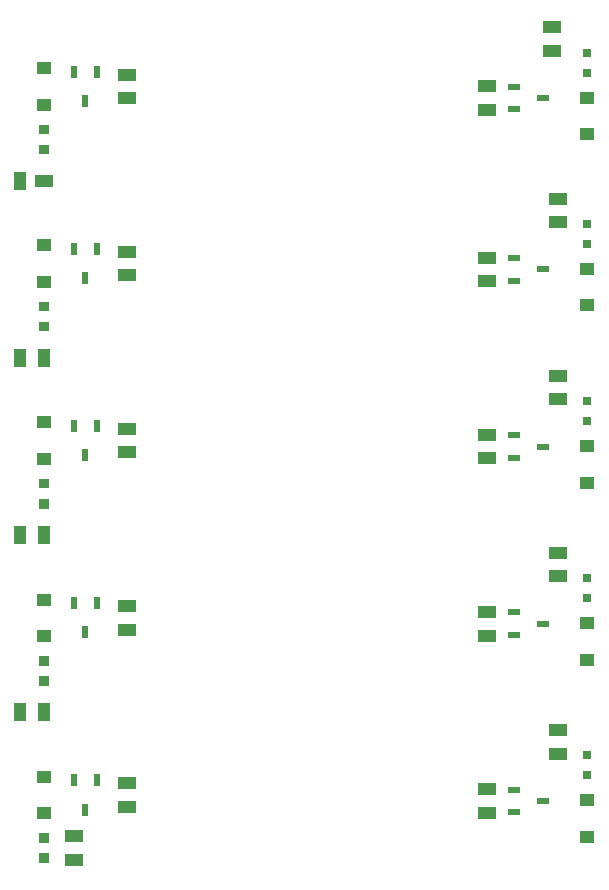
<source format=gtp>
G04 Layer: TopPasteMaskLayer*
G04 EasyEDA v6.4.25, 2022-01-30T06:19:27+11:00*
G04 a67cddfb3fce44daa9051d46cbbcc19f,10*
G04 Gerber Generator version 0.2*
G04 Scale: 100 percent, Rotated: No, Reflected: No *
G04 Dimensions in millimeters *
G04 leading zeros omitted , absolute positions ,4 integer and 5 decimal *
%FSLAX45Y45*%
%MOMM*%

%ADD16R,0.6000X1.0700*%
%ADD17R,1.0700X0.6000*%
%ADD18R,0.8000X0.8000*%
%ADD19R,1.2000X1.0000*%
%ADD20R,1.0000X1.5500*%
%ADD21R,1.5500X1.0000*%

%LPD*%
D16*
G01*
X2144996Y7223508D03*
G01*
X1955004Y7223508D03*
G01*
X2050000Y6976493D03*
G01*
X2144996Y5723506D03*
G01*
X1955004Y5723506D03*
G01*
X2050000Y5476491D03*
G01*
X2144996Y4223506D03*
G01*
X1955004Y4223506D03*
G01*
X2050000Y3976491D03*
G01*
X2144996Y2723507D03*
G01*
X1955004Y2723507D03*
G01*
X2050000Y2476492D03*
G01*
X2144996Y1223507D03*
G01*
X1955004Y1223507D03*
G01*
X2050000Y976492D03*
D17*
G01*
X5676493Y7094997D03*
G01*
X5676493Y6905005D03*
G01*
X5923508Y7000001D03*
G01*
X5676493Y5644995D03*
G01*
X5676493Y5455003D03*
G01*
X5923508Y5549999D03*
G01*
X5676493Y4144995D03*
G01*
X5676493Y3955003D03*
G01*
X5923508Y4049999D03*
G01*
X5676493Y2644995D03*
G01*
X5676493Y2455003D03*
G01*
X5923508Y2549999D03*
G01*
X5676493Y1144996D03*
G01*
X5676493Y955004D03*
G01*
X5923508Y1050000D03*
G36*
X1659999Y6604909D02*
G01*
X1739999Y6604909D01*
X1739999Y6524909D01*
X1659999Y6524909D01*
G37*
G36*
X1659999Y6775089D02*
G01*
X1739999Y6775089D01*
X1739999Y6695089D01*
X1659999Y6695089D01*
G37*
D19*
G01*
X1699988Y6945005D03*
G01*
X1699988Y7254986D03*
G01*
X1700011Y5445003D03*
G01*
X1700011Y5754984D03*
G01*
X1700009Y3945003D03*
G01*
X1700009Y4254985D03*
G01*
X1700004Y2445004D03*
G01*
X1700004Y2754985D03*
G01*
X1699996Y945006D03*
G01*
X1699996Y1254988D03*
G01*
X6299989Y7004979D03*
G01*
X6299989Y6694998D03*
G01*
X6300012Y5554979D03*
G01*
X6300012Y5244998D03*
G01*
X6300010Y4054980D03*
G01*
X6300010Y3744998D03*
G01*
X6300005Y2554980D03*
G01*
X6300005Y2244999D03*
G01*
X6300002Y1054981D03*
G01*
X6300002Y744999D03*
G36*
X1659999Y5104909D02*
G01*
X1739999Y5104909D01*
X1739999Y5024909D01*
X1659999Y5024909D01*
G37*
G36*
X1659999Y5275089D02*
G01*
X1739999Y5275089D01*
X1739999Y5195089D01*
X1659999Y5195089D01*
G37*
G36*
X1659999Y3604910D02*
G01*
X1739999Y3604910D01*
X1739999Y3524910D01*
X1659999Y3524910D01*
G37*
G36*
X1659999Y3775090D02*
G01*
X1739999Y3775090D01*
X1739999Y3695090D01*
X1659999Y3695090D01*
G37*
G36*
X1659999Y2104910D02*
G01*
X1739999Y2104910D01*
X1739999Y2024910D01*
X1659999Y2024910D01*
G37*
G36*
X1659999Y2275090D02*
G01*
X1739999Y2275090D01*
X1739999Y2195090D01*
X1659999Y2195090D01*
G37*
G36*
X1659999Y604911D02*
G01*
X1739999Y604911D01*
X1739999Y524911D01*
X1659999Y524911D01*
G37*
G36*
X1659999Y775091D02*
G01*
X1739999Y775091D01*
X1739999Y695091D01*
X1659999Y695091D01*
G37*
D18*
G01*
X6299987Y7385100D03*
G01*
X6299987Y7214920D03*
G01*
X6299989Y5935101D03*
G01*
X6299989Y5764921D03*
G01*
X6299992Y4435099D03*
G01*
X6299992Y4264919D03*
G01*
X6299995Y2935099D03*
G01*
X6299995Y2764919D03*
G01*
X6300000Y1435100D03*
G01*
X6300000Y1264920D03*
D20*
G01*
X1500004Y4800010D03*
G01*
X1700004Y4800010D03*
D21*
G01*
X2400005Y5700008D03*
G01*
X2400005Y5500009D03*
D20*
G01*
X1500004Y3300008D03*
G01*
X1700004Y3300008D03*
D21*
G01*
X2400005Y4200006D03*
G01*
X2400005Y4000007D03*
D20*
G01*
X1500004Y1800004D03*
G01*
X1700004Y1800004D03*
D21*
G01*
X2400005Y2700004D03*
G01*
X2400005Y2500005D03*
G01*
X1950001Y749995D03*
G01*
X1950001Y549996D03*
G01*
X2400005Y1200002D03*
G01*
X2400005Y1000003D03*
G01*
X5999988Y7600010D03*
G01*
X5999988Y7400010D03*
G01*
X5449989Y7099988D03*
G01*
X5449989Y6899988D03*
G01*
X6049990Y6150010D03*
G01*
X6049990Y5950010D03*
G01*
X5449989Y5649988D03*
G01*
X5449989Y5449989D03*
G01*
X6049992Y4650011D03*
G01*
X6049992Y4450011D03*
G01*
X5449989Y4149991D03*
G01*
X5449989Y3949992D03*
G01*
X6049995Y3150008D03*
G01*
X6049995Y2950009D03*
G01*
X5449989Y2649994D03*
G01*
X5449989Y2449995D03*
G01*
X6050000Y1650009D03*
G01*
X6050000Y1450009D03*
G01*
X5449989Y1149997D03*
G01*
X5449989Y949998D03*
D20*
G01*
X1499999Y6300000D03*
D21*
G01*
X1699999Y6300000D03*
G01*
X2400000Y7200000D03*
G01*
X2400000Y7000001D03*
M02*

</source>
